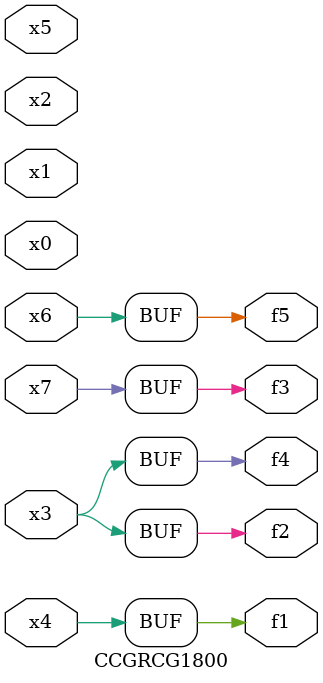
<source format=v>
module CCGRCG1800(
	input x0, x1, x2, x3, x4, x5, x6, x7,
	output f1, f2, f3, f4, f5
);
	assign f1 = x4;
	assign f2 = x3;
	assign f3 = x7;
	assign f4 = x3;
	assign f5 = x6;
endmodule

</source>
